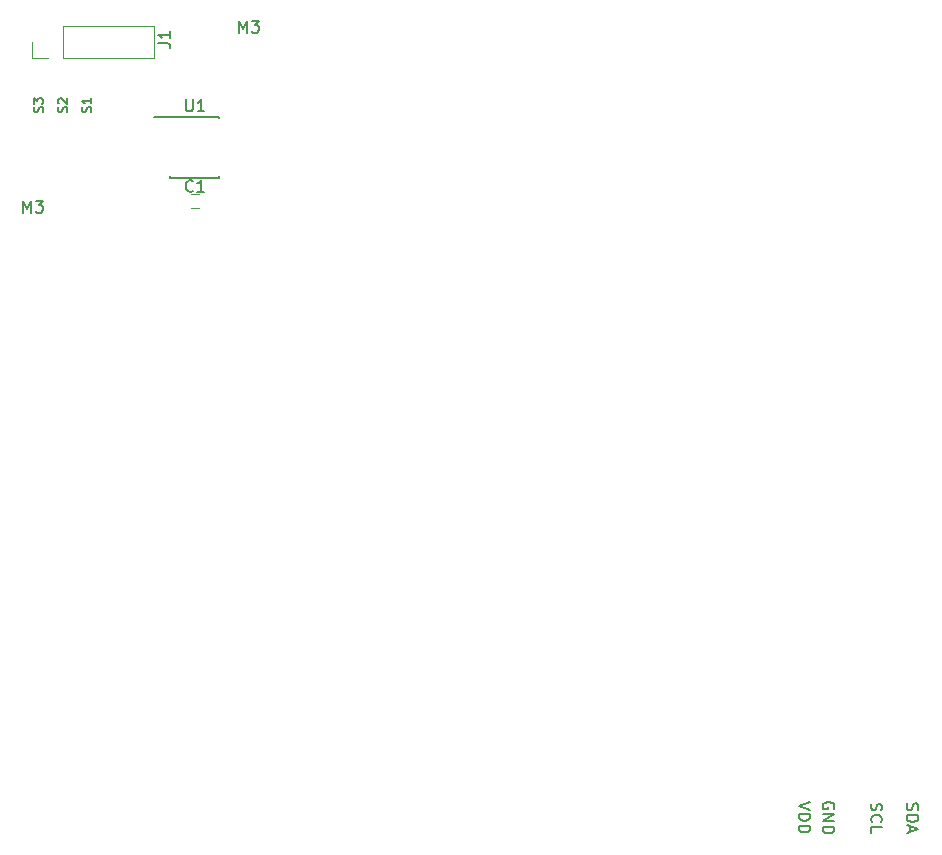
<source format=gto>
G04 #@! TF.FileFunction,Legend,Top*
%FSLAX46Y46*%
G04 Gerber Fmt 4.6, Leading zero omitted, Abs format (unit mm)*
G04 Created by KiCad (PCBNEW 4.0.6) date Fri Jul 21 16:03:20 2017*
%MOMM*%
%LPD*%
G01*
G04 APERTURE LIST*
%ADD10C,0.100000*%
%ADD11C,0.200000*%
%ADD12C,0.150000*%
%ADD13C,0.120000*%
%ADD14C,0.127000*%
G04 APERTURE END LIST*
D10*
D11*
X130699714Y-104473524D02*
X130656857Y-104616381D01*
X130656857Y-104854477D01*
X130699714Y-104949715D01*
X130742571Y-104997334D01*
X130828286Y-105044953D01*
X130914000Y-105044953D01*
X130999714Y-104997334D01*
X131042571Y-104949715D01*
X131085429Y-104854477D01*
X131128286Y-104664000D01*
X131171143Y-104568762D01*
X131214000Y-104521143D01*
X131299714Y-104473524D01*
X131385429Y-104473524D01*
X131471143Y-104521143D01*
X131514000Y-104568762D01*
X131556857Y-104664000D01*
X131556857Y-104902096D01*
X131514000Y-105044953D01*
X130742571Y-106044953D02*
X130699714Y-105997334D01*
X130656857Y-105854477D01*
X130656857Y-105759239D01*
X130699714Y-105616381D01*
X130785429Y-105521143D01*
X130871143Y-105473524D01*
X131042571Y-105425905D01*
X131171143Y-105425905D01*
X131342571Y-105473524D01*
X131428286Y-105521143D01*
X131514000Y-105616381D01*
X131556857Y-105759239D01*
X131556857Y-105854477D01*
X131514000Y-105997334D01*
X131471143Y-106044953D01*
X130656857Y-106949715D02*
X130656857Y-106473524D01*
X131556857Y-106473524D01*
X133707238Y-104449714D02*
X133659619Y-104592571D01*
X133659619Y-104830667D01*
X133707238Y-104925905D01*
X133754857Y-104973524D01*
X133850095Y-105021143D01*
X133945333Y-105021143D01*
X134040571Y-104973524D01*
X134088190Y-104925905D01*
X134135810Y-104830667D01*
X134183429Y-104640190D01*
X134231048Y-104544952D01*
X134278667Y-104497333D01*
X134373905Y-104449714D01*
X134469143Y-104449714D01*
X134564381Y-104497333D01*
X134612000Y-104544952D01*
X134659619Y-104640190D01*
X134659619Y-104878286D01*
X134612000Y-105021143D01*
X133659619Y-105449714D02*
X134659619Y-105449714D01*
X134659619Y-105687809D01*
X134612000Y-105830667D01*
X134516762Y-105925905D01*
X134421524Y-105973524D01*
X134231048Y-106021143D01*
X134088190Y-106021143D01*
X133897714Y-105973524D01*
X133802476Y-105925905D01*
X133707238Y-105830667D01*
X133659619Y-105687809D01*
X133659619Y-105449714D01*
X133945333Y-106402095D02*
X133945333Y-106878286D01*
X133659619Y-106306857D02*
X134659619Y-106640190D01*
X133659619Y-106973524D01*
X127500000Y-104902096D02*
X127547619Y-104806858D01*
X127547619Y-104664001D01*
X127500000Y-104521143D01*
X127404762Y-104425905D01*
X127309524Y-104378286D01*
X127119048Y-104330667D01*
X126976190Y-104330667D01*
X126785714Y-104378286D01*
X126690476Y-104425905D01*
X126595238Y-104521143D01*
X126547619Y-104664001D01*
X126547619Y-104759239D01*
X126595238Y-104902096D01*
X126642857Y-104949715D01*
X126976190Y-104949715D01*
X126976190Y-104759239D01*
X126547619Y-105378286D02*
X127547619Y-105378286D01*
X126547619Y-105949715D01*
X127547619Y-105949715D01*
X126547619Y-106425905D02*
X127547619Y-106425905D01*
X127547619Y-106664000D01*
X127500000Y-106806858D01*
X127404762Y-106902096D01*
X127309524Y-106949715D01*
X127119048Y-106997334D01*
X126976190Y-106997334D01*
X126785714Y-106949715D01*
X126690476Y-106902096D01*
X126595238Y-106806858D01*
X126547619Y-106664000D01*
X126547619Y-106425905D01*
X125515619Y-104330667D02*
X124515619Y-104664000D01*
X125515619Y-104997334D01*
X124515619Y-105330667D02*
X125515619Y-105330667D01*
X125515619Y-105568762D01*
X125468000Y-105711620D01*
X125372762Y-105806858D01*
X125277524Y-105854477D01*
X125087048Y-105902096D01*
X124944190Y-105902096D01*
X124753714Y-105854477D01*
X124658476Y-105806858D01*
X124563238Y-105711620D01*
X124515619Y-105568762D01*
X124515619Y-105330667D01*
X124515619Y-106330667D02*
X125515619Y-106330667D01*
X125515619Y-106568762D01*
X125468000Y-106711620D01*
X125372762Y-106806858D01*
X125277524Y-106854477D01*
X125087048Y-106902096D01*
X124944190Y-106902096D01*
X124753714Y-106854477D01*
X124658476Y-106806858D01*
X124563238Y-106711620D01*
X124515619Y-106568762D01*
X124515619Y-106330667D01*
D12*
X71331000Y-46320000D02*
X71331000Y-46370000D01*
X75481000Y-46320000D02*
X75481000Y-46465000D01*
X75481000Y-51470000D02*
X75481000Y-51325000D01*
X71331000Y-51470000D02*
X71331000Y-51325000D01*
X71331000Y-46320000D02*
X75481000Y-46320000D01*
X71331000Y-51470000D02*
X75481000Y-51470000D01*
X71331000Y-46370000D02*
X69931000Y-46370000D01*
D13*
X62230000Y-41335000D02*
X69910000Y-41335000D01*
X69910000Y-41335000D02*
X69910000Y-38675000D01*
X69910000Y-38675000D02*
X62230000Y-38675000D01*
X62230000Y-38675000D02*
X62230000Y-41335000D01*
X60960000Y-41335000D02*
X59630000Y-41335000D01*
X59630000Y-41335000D02*
X59630000Y-40005000D01*
X73056000Y-52867000D02*
X73756000Y-52867000D01*
X73756000Y-54067000D02*
X73056000Y-54067000D01*
D12*
X72644095Y-44847381D02*
X72644095Y-45656905D01*
X72691714Y-45752143D01*
X72739333Y-45799762D01*
X72834571Y-45847381D01*
X73025048Y-45847381D01*
X73120286Y-45799762D01*
X73167905Y-45752143D01*
X73215524Y-45656905D01*
X73215524Y-44847381D01*
X74215524Y-45847381D02*
X73644095Y-45847381D01*
X73929809Y-45847381D02*
X73929809Y-44847381D01*
X73834571Y-44990238D01*
X73739333Y-45085476D01*
X73644095Y-45133095D01*
X70318381Y-40084333D02*
X71032667Y-40084333D01*
X71175524Y-40131953D01*
X71270762Y-40227191D01*
X71318381Y-40370048D01*
X71318381Y-40465286D01*
X71318381Y-39084333D02*
X71318381Y-39655762D01*
X71318381Y-39370048D02*
X70318381Y-39370048D01*
X70461238Y-39465286D01*
X70556476Y-39560524D01*
X70604095Y-39655762D01*
X58880476Y-54427381D02*
X58880476Y-53427381D01*
X59213810Y-54141667D01*
X59547143Y-53427381D01*
X59547143Y-54427381D01*
X59928095Y-53427381D02*
X60547143Y-53427381D01*
X60213809Y-53808333D01*
X60356667Y-53808333D01*
X60451905Y-53855952D01*
X60499524Y-53903571D01*
X60547143Y-53998810D01*
X60547143Y-54236905D01*
X60499524Y-54332143D01*
X60451905Y-54379762D01*
X60356667Y-54427381D01*
X60070952Y-54427381D01*
X59975714Y-54379762D01*
X59928095Y-54332143D01*
X77168476Y-39187381D02*
X77168476Y-38187381D01*
X77501810Y-38901667D01*
X77835143Y-38187381D01*
X77835143Y-39187381D01*
X78216095Y-38187381D02*
X78835143Y-38187381D01*
X78501809Y-38568333D01*
X78644667Y-38568333D01*
X78739905Y-38615952D01*
X78787524Y-38663571D01*
X78835143Y-38758810D01*
X78835143Y-38996905D01*
X78787524Y-39092143D01*
X78739905Y-39139762D01*
X78644667Y-39187381D01*
X78358952Y-39187381D01*
X78263714Y-39139762D01*
X78216095Y-39092143D01*
X73239334Y-52574143D02*
X73191715Y-52621762D01*
X73048858Y-52669381D01*
X72953620Y-52669381D01*
X72810762Y-52621762D01*
X72715524Y-52526524D01*
X72667905Y-52431286D01*
X72620286Y-52240810D01*
X72620286Y-52097952D01*
X72667905Y-51907476D01*
X72715524Y-51812238D01*
X72810762Y-51717000D01*
X72953620Y-51669381D01*
X73048858Y-51669381D01*
X73191715Y-51717000D01*
X73239334Y-51764619D01*
X74191715Y-52669381D02*
X73620286Y-52669381D01*
X73906000Y-52669381D02*
X73906000Y-51669381D01*
X73810762Y-51812238D01*
X73715524Y-51907476D01*
X73620286Y-51955095D01*
D14*
X64570429Y-45919571D02*
X64606714Y-45810714D01*
X64606714Y-45629285D01*
X64570429Y-45556714D01*
X64534143Y-45520428D01*
X64461571Y-45484143D01*
X64389000Y-45484143D01*
X64316429Y-45520428D01*
X64280143Y-45556714D01*
X64243857Y-45629285D01*
X64207571Y-45774428D01*
X64171286Y-45847000D01*
X64135000Y-45883285D01*
X64062429Y-45919571D01*
X63989857Y-45919571D01*
X63917286Y-45883285D01*
X63881000Y-45847000D01*
X63844714Y-45774428D01*
X63844714Y-45593000D01*
X63881000Y-45484143D01*
X64606714Y-44758429D02*
X64606714Y-45193857D01*
X64606714Y-44976143D02*
X63844714Y-44976143D01*
X63953571Y-45048714D01*
X64026143Y-45121286D01*
X64062429Y-45193857D01*
X62538429Y-45919571D02*
X62574714Y-45810714D01*
X62574714Y-45629285D01*
X62538429Y-45556714D01*
X62502143Y-45520428D01*
X62429571Y-45484143D01*
X62357000Y-45484143D01*
X62284429Y-45520428D01*
X62248143Y-45556714D01*
X62211857Y-45629285D01*
X62175571Y-45774428D01*
X62139286Y-45847000D01*
X62103000Y-45883285D01*
X62030429Y-45919571D01*
X61957857Y-45919571D01*
X61885286Y-45883285D01*
X61849000Y-45847000D01*
X61812714Y-45774428D01*
X61812714Y-45593000D01*
X61849000Y-45484143D01*
X61885286Y-45193857D02*
X61849000Y-45157571D01*
X61812714Y-45085000D01*
X61812714Y-44903571D01*
X61849000Y-44831000D01*
X61885286Y-44794714D01*
X61957857Y-44758429D01*
X62030429Y-44758429D01*
X62139286Y-44794714D01*
X62574714Y-45230143D01*
X62574714Y-44758429D01*
X60506429Y-45919571D02*
X60542714Y-45810714D01*
X60542714Y-45629285D01*
X60506429Y-45556714D01*
X60470143Y-45520428D01*
X60397571Y-45484143D01*
X60325000Y-45484143D01*
X60252429Y-45520428D01*
X60216143Y-45556714D01*
X60179857Y-45629285D01*
X60143571Y-45774428D01*
X60107286Y-45847000D01*
X60071000Y-45883285D01*
X59998429Y-45919571D01*
X59925857Y-45919571D01*
X59853286Y-45883285D01*
X59817000Y-45847000D01*
X59780714Y-45774428D01*
X59780714Y-45593000D01*
X59817000Y-45484143D01*
X59780714Y-45230143D02*
X59780714Y-44758429D01*
X60071000Y-45012429D01*
X60071000Y-44903571D01*
X60107286Y-44831000D01*
X60143571Y-44794714D01*
X60216143Y-44758429D01*
X60397571Y-44758429D01*
X60470143Y-44794714D01*
X60506429Y-44831000D01*
X60542714Y-44903571D01*
X60542714Y-45121286D01*
X60506429Y-45193857D01*
X60470143Y-45230143D01*
M02*

</source>
